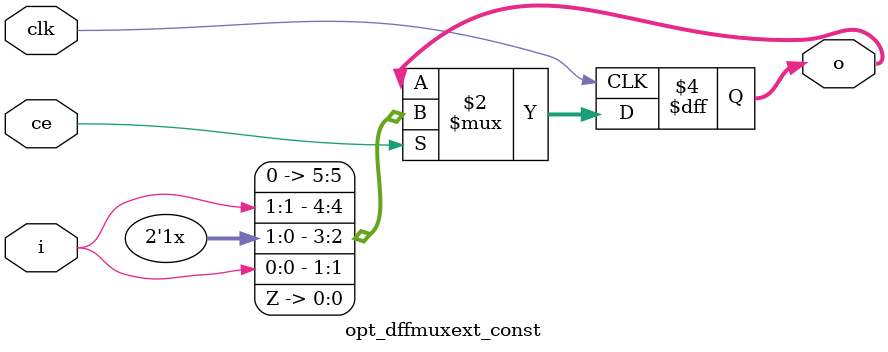
<source format=v>
module opt_dffmuxext_const(input clk, ce, input [1:0] i, output reg [5:0] o);
    always @(posedge clk) if (ce) o <= {1'b0, i[1], 2'b1x, i[0], 1'bz};
endmodule

</source>
